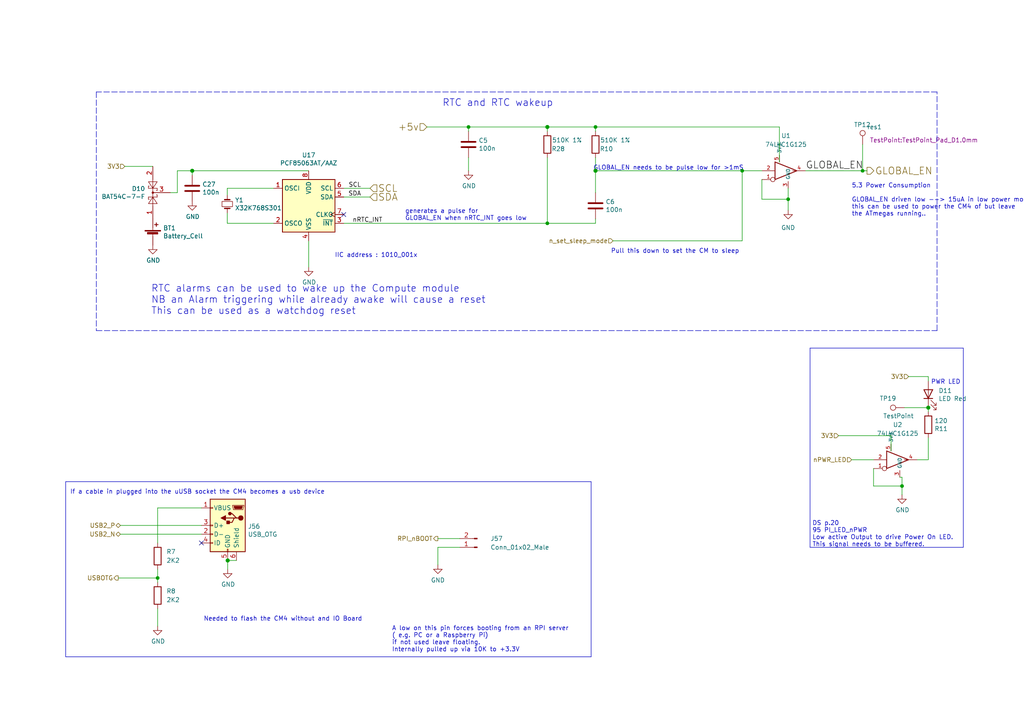
<source format=kicad_sch>
(kicad_sch (version 20230121) (generator eeschema)
  (paper "A4")
  (title_block (title "Mainboard Power RTC USB OTG") (date "2022-01-09") (rev "v1"))
  (lib_symbols
    (symbol "Connector:Conn_01x02_Male" (pin_names (offset 1.016) hide)
      (property "Reference" "J" (at 0 2.54 0))
      (property "Value" "Conn_01x02_Male" (at 0 -5.08 0))
      (symbol "Conn_01x02_Male_1_1"
        (polyline (pts (xy 1.27 -2.54) (xy 0.8636 -2.54)) (stroke (width 0.1524)))
        (polyline (pts (xy 1.27 0) (xy 0.8636 0)) (stroke (width 0.1524)))
        (rectangle (start 0.8636 -2.413) (end 0 -2.667) (stroke (width 0.1524)) (fill (type outline)))
        (rectangle (start 0.8636 0.127) (end 0 -0.127) (stroke (width 0.1524)) (fill (type outline)))
        (pin passive line (at 5.08 0 180) (length 3.81) (name "Pin_1") (number "1"))
        (pin passive line (at 5.08 -2.54 180) (length 3.81) (name "Pin_2") (number "2"))
      )
    )
    (symbol "Connector:TestPoint" (pin_numbers hide) (pin_names (offset 0.762) hide)
      (property "Reference" "TP" (at 0 6.858 0))
      (property "Value" "TestPoint" (at 0 5.08 0))
      (symbol "TestPoint_0_1"
        (circle (center 0 3.302) (radius 0.762))
      )
      (symbol "TestPoint_1_1"
        (pin passive line (at 0 0 90) (length 2.54) (name "1") (number "1"))
      )
    )
    (symbol "Connector:USB_OTG" (pin_names (offset 1.016))
      (property "Reference" "J" (at -5.08 11.43 0))
      (property "Value" "USB_OTG" (at -5.08 8.89 0))
      (symbol "USB_OTG_0_1"
        (rectangle (start -5.08 -7.62) (end 5.08 7.62) (stroke (width 0.254)) (fill (type background)))
        (circle (center -3.81 2.159) (radius 0.635) (stroke (width 0.254)) (fill (type outline)))
        (circle (center -0.635 3.429) (radius 0.381) (stroke (width 0.254)) (fill (type outline)))
        (rectangle (start -0.127 -7.62) (end 0.127 -6.858))
        (polyline (pts (xy -1.905 2.159) (xy 0.635 2.159)) (stroke (width 0.254)))
        (polyline (pts (xy -3.175 2.159) (xy -2.54 2.159) (xy -1.27 3.429) (xy -0.635 3.429)) (stroke (width 0.254)))
        (polyline (pts (xy -2.54 2.159) (xy -1.905 2.159) (xy -1.27 0.889) (xy 0 0.889)) (stroke (width 0.254)))
        (polyline (pts (xy 0.635 2.794) (xy 0.635 1.524) (xy 1.905 2.159) (xy 0.635 2.794)) (stroke (width 0.254)) (fill (type outline)))
        (polyline (pts (xy -4.318 5.588) (xy -1.778 5.588) (xy -2.032 4.826) (xy -4.064 4.826) (xy -4.318 5.588)) (fill (type outline)))
        (polyline (pts (xy -4.699 5.842) (xy -4.699 5.588) (xy -4.445 4.826) (xy -4.445 4.572) (xy -1.651 4.572) (xy -1.651 4.826) (xy -1.397 5.588) (xy -1.397 5.842) (xy -4.699 5.842)))
        (rectangle (start 0.254 1.27) (end -0.508 0.508) (stroke (width 0.254)) (fill (type outline)))
        (rectangle (start 5.08 -5.207) (end 4.318 -4.953))
        (rectangle (start 5.08 -2.667) (end 4.318 -2.413))
        (rectangle (start 5.08 -0.127) (end 4.318 0.127))
        (rectangle (start 5.08 4.953) (end 4.318 5.207))
      )
      (symbol "USB_OTG_1_1"
        (pin passive line (at 7.62 5.08 180) (length 2.54) (name "VBUS") (number "1"))
        (pin bidirectional line (at 7.62 -2.54 180) (length 2.54) (name "D-") (number "2"))
        (pin bidirectional line (at 7.62 0 180) (length 2.54) (name "D+") (number "3"))
        (pin passive line (at 7.62 -5.08 180) (length 2.54) (name "ID") (number "4"))
        (pin passive line (at 0 -10.16 90) (length 2.54) (name "GND") (number "5"))
        (pin passive line (at -2.54 -10.16 90) (length 2.54) (name "Shield") (number "6"))
      )
    )
    (symbol "Device:Battery_Cell" (pin_numbers hide) (pin_names (offset 0) hide)
      (property "Reference" "BT" (at 2.54 2.54 0))
      (property "Value" "Battery_Cell" (at 2.54 0 0))
      (symbol "Battery_Cell_0_1"
        (rectangle (start -2.286 1.778) (end 2.286 1.524) (fill (type outline)))
        (rectangle (start -1.5748 1.1938) (end 1.4732 0.6858) (fill (type outline)))
        (polyline (pts (xy 0 0.762) (xy 0 0)))
        (polyline (pts (xy 0 1.778) (xy 0 2.54)))
        (polyline (pts (xy 0.508 3.429) (xy 1.524 3.429)) (stroke (width 0.254)))
        (polyline (pts (xy 1.016 3.937) (xy 1.016 2.921)) (stroke (width 0.254)))
      )
      (symbol "Battery_Cell_1_1"
        (pin passive line (at 0 5.08 270) (length 2.54) (name "+") (number "1"))
        (pin passive line (at 0 -2.54 90) (length 2.54) (name "-") (number "2"))
      )
    )
    (symbol "Device:C" (pin_numbers hide) (pin_names (offset 0.254))
      (property "Reference" "C" (at 0.635 2.54 0))
      (property "Value" "C" (at 0.635 -2.54 0))
      (symbol "C_0_1"
        (polyline (pts (xy -2.032 -0.762) (xy 2.032 -0.762)) (stroke (width 0.508)))
        (polyline (pts (xy -2.032 0.762) (xy 2.032 0.762)) (stroke (width 0.508)))
      )
      (symbol "C_1_1"
        (pin passive line (at 0 3.81 270) (length 2.794) (name "~") (number "1"))
        (pin passive line (at 0 -3.81 90) (length 2.794) (name "~") (number "2"))
      )
    )
    (symbol "Device:Crystal_Small" (pin_numbers hide) (pin_names (offset 1.016) hide)
      (property "Reference" "Y" (at 0 2.54 0))
      (property "Value" "Crystal_Small" (at 0 -2.54 0))
      (symbol "Crystal_Small_0_1"
        (rectangle (start -0.762 -1.524) (end 0.762 1.524))
        (polyline (pts (xy -1.27 -0.762) (xy -1.27 0.762)) (stroke (width 0.381)))
        (polyline (pts (xy 1.27 -0.762) (xy 1.27 0.762)) (stroke (width 0.381)))
      )
      (symbol "Crystal_Small_1_1"
        (pin passive line (at -2.54 0 0) (length 1.27) (name "1") (number "1"))
        (pin passive line (at 2.54 0 180) (length 1.27) (name "2") (number "2"))
      )
    )
    (symbol "Device:LED" (pin_numbers hide) (pin_names (offset 1.016) hide)
      (property "Reference" "D" (at 0 2.54 0))
      (property "Value" "LED" (at 0 -2.54 0))
      (symbol "LED_0_1"
        (polyline (pts (xy -1.27 -1.27) (xy -1.27 1.27)) (stroke (width 0.254)))
        (polyline (pts (xy -1.27 0) (xy 1.27 0)))
        (polyline (pts (xy 1.27 -1.27) (xy 1.27 1.27) (xy -1.27 0) (xy 1.27 -1.27)) (stroke (width 0.254)))
        (polyline (pts (xy -3.048 -0.762) (xy -4.572 -2.286) (xy -3.81 -2.286) (xy -4.572 -2.286) (xy -4.572 -1.524)))
        (polyline (pts (xy -1.778 -0.762) (xy -3.302 -2.286) (xy -2.54 -2.286) (xy -3.302 -2.286) (xy -3.302 -1.524)))
      )
      (symbol "LED_1_1"
        (pin passive line (at -3.81 0 0) (length 2.54) (name "K") (number "1"))
        (pin passive line (at 3.81 0 180) (length 2.54) (name "A") (number "2"))
      )
    )
    (symbol "Device:R" (pin_numbers hide) (pin_names (offset 0))
      (property "Reference" "R" (at 2.032 0 90))
      (property "Value" "R" (at 0 0 90))
      (symbol "R_0_1"
        (rectangle (start -1.016 -2.54) (end 1.016 2.54) (stroke (width 0.254)))
      )
      (symbol "R_1_1"
        (pin passive line (at 0 3.81 270) (length 1.27) (name "~") (number "1"))
        (pin passive line (at 0 -3.81 90) (length 1.27) (name "~") (number "2"))
      )
    )
    (symbol "Diode:BAT54C" (pin_names (offset 1.016))
      (property "Reference" "D" (at 0.635 -3.81 0))
      (property "Value" "BAT54C" (at -6.35 3.175 0))
      (symbol "BAT54C_0_1"
        (polyline (pts (xy -1.905 0) (xy 1.905 0)))
        (polyline (pts (xy -1.905 1.27) (xy -1.905 1.016)))
        (polyline (pts (xy -1.27 -1.27) (xy -0.635 -1.27)))
        (polyline (pts (xy -1.27 0) (xy -3.81 0)))
        (polyline (pts (xy -1.27 1.27) (xy -1.905 1.27)))
        (polyline (pts (xy -1.27 1.27) (xy -1.27 -1.27)))
        (polyline (pts (xy -0.635 -1.27) (xy -0.635 -1.016)))
        (polyline (pts (xy 0.635 -1.27) (xy 0.635 -1.016)))
        (polyline (pts (xy 1.27 -1.27) (xy 0.635 -1.27)))
        (polyline (pts (xy 1.27 1.27) (xy 1.27 -1.27)))
        (polyline (pts (xy 1.27 1.27) (xy 1.905 1.27)))
        (polyline (pts (xy 1.905 1.27) (xy 1.905 1.016)))
        (polyline (pts (xy 3.81 0) (xy 1.27 0)))
        (polyline (pts (xy -3.175 -1.27) (xy -3.175 1.27) (xy -1.27 0) (xy -3.175 -1.27)))
        (polyline (pts (xy 3.175 -1.27) (xy 3.175 1.27) (xy 1.27 0) (xy 3.175 -1.27)))
        (circle (center 0 0) (radius 0.254) (fill (type outline)))
      )
      (symbol "BAT54C_1_1"
        (pin passive line (at -7.62 0 0) (length 3.81) (name "~") (number "1"))
        (pin passive line (at 7.62 0 180) (length 3.81) (name "~") (number "2"))
        (pin passive line (at 0 -5.08 90) (length 5.08) (name "~") (number "3"))
      )
    )
    (symbol "Mainboard:74LVC1G125"
      (property "Reference" "U" (at -6.604 -3.81 0))
      (property "Value" "74LVC1G125" (at 6.35 -2.032 0))
      (symbol "74LVC1G125_0_1"
        (polyline (pts (xy -3.81 2.54) (xy -3.81 -2.54) (xy 2.54 0) (xy -3.81 2.54)) (stroke (width 0.254)))
      )
      (symbol "74LVC1G125_1_1"
        (pin input inverted (at -7.62 -2.54 0) (length 3.81) (name "~") (number "1"))
        (pin input line (at -7.62 0 0) (length 3.81) (name "~") (number "2"))
        (pin power_in line (at 0 -5.08 90) (length 2) (name "GND") (number "3"))
        (pin tri_state line (at 5.08 0 180) (length 3.81) (name "~") (number "4"))
        (pin power_in line (at -2.54 2.54 90) (length 2) (name "3V3") (number "5"))
      )
    )
    (symbol "Timer_RTC:PCF8563T"
      (property "Reference" "U" (at -7.62 8.89 0))
      (property "Value" "PCF8563T" (at 2.54 8.89 0))
      (symbol "PCF8563T_0_1"
        (rectangle (start -7.62 7.62) (end 7.62 -7.62) (stroke (width 0.254)) (fill (type background)))
      )
      (symbol "PCF8563T_1_1"
        (pin input line (at -10.16 5.08 0) (length 2.54) (name "OSCI") (number "1"))
        (pin output line (at -10.16 -5.08 0) (length 2.54) (name "OSCO") (number "2"))
        (pin output line (at 10.16 -5.08 180) (length 2.54) (name "~{INT}") (number "3"))
        (pin power_in line (at 0 -10.16 90) (length 2.54) (name "VSS") (number "4"))
        (pin bidirectional line (at 10.16 2.54 180) (length 2.54) (name "SDA") (number "5"))
        (pin input line (at 10.16 5.08 180) (length 2.54) (name "SCL") (number "6"))
        (pin output clock (at 10.16 -2.54 180) (length 2.54) (name "CLKO") (number "7"))
        (pin power_in line (at 0 10.16 270) (length 2.54) (name "VDD") (number "8"))
      )
    )
    (symbol "power:GND" (power) (pin_names (offset 0))
      (property "Value" "GND" (at 0 -3.81 0))
      (symbol "GND_0_1"
        (polyline (pts (xy 0 0) (xy 0 -1.27) (xy 1.27 -1.27) (xy 0 -2.54) (xy -1.27 -1.27) (xy 0 -1.27)))
      )
      (symbol "GND_1_1"
        (pin power_in line (at 0 0 270) (length 0) hide (name "GND") (number "1"))
      )
    )
  )
  (junction (at 158.75 36.83) (diameter 1.016))
  (junction (at 135.89 36.83))
  (junction (at 250.19 49.53))
  (junction (at 55.753 49.53) (diameter 1.016))
  (junction (at 261.62 140.97))
  (junction (at 228.6 57.785))
  (junction (at 158.75 64.77))
  (junction (at 215.265 49.53))
  (junction (at 269.24 118.237) (diameter 1.016))
  (junction (at 172.72 49.53) (diameter 1.016))
  (junction (at 66.04 162.56) (diameter 1.016))
  (junction (at 172.72 36.83))
  (junction (at 45.72 167.64))
  (no_connect (at 99.695 62.23))
  (no_connect (at 58.42 157.48))
  (wire (pts (xy 172.72 36.83) (xy 226.06 36.83)))
  (wire (pts (xy 253.365 140.97) (xy 261.62 140.97)))
  (wire (pts (xy 266.065 133.35) (xy 269.24 133.35)))
  (wire (pts (xy 158.75 36.83) (xy 158.75 38.1)))
  (wire (pts (xy 172.72 36.83) (xy 172.72 38.1)))
  (wire (pts (xy 228.6 57.785) (xy 228.6 60.96)))
  (wire (pts (xy 260.985 138.43) (xy 261.62 138.43)))
  (wire (pts (xy 215.265 69.85) (xy 177.8 69.85)))
  (wire (pts (xy 215.265 49.53) (xy 215.265 69.85)))
  (wire (pts (xy 233.68 49.53) (xy 250.19 49.53)))
  (polyline (pts (xy 19.05 139.7) (xy 171.45 139.7)))
  (polyline (pts (xy 171.45 139.7) (xy 171.45 190.5)))
  (wire (pts (xy 158.75 45.72) (xy 158.75 64.77)))
  (wire (pts (xy 45.72 147.32) (xy 45.72 157.48)))
  (wire (pts (xy 36.195 48.26) (xy 44.323 48.26)))
  (wire (pts (xy 253.365 135.89) (xy 253.365 140.97)))
  (polyline (pts (xy 271.78 26.67) (xy 27.94 26.67)) (stroke (width 0) (type dash)))
  (wire (pts (xy 269.24 127) (xy 269.24 133.35)))
  (wire (pts (xy 51.435 55.88) (xy 51.435 49.53)))
  (wire (pts (xy 45.72 167.64) (xy 45.72 168.91)))
  (wire (pts (xy 220.98 52.07) (xy 220.98 57.785)))
  (wire (pts (xy 243.205 126.365) (xy 258.445 126.365)))
  (wire (pts (xy 65.913 54.61) (xy 79.375 54.61)))
  (wire (pts (xy 65.913 54.61) (xy 65.913 56.642)))
  (wire (pts (xy 79.375 64.77) (xy 65.913 64.77)))
  (wire (pts (xy 34.29 167.64) (xy 45.72 167.64)))
  (wire (pts (xy 123.825 36.83) (xy 135.89 36.83)))
  (wire (pts (xy 261.62 140.97) (xy 261.62 143.51)))
  (polyline (pts (xy 234.95 158.75) (xy 279.4 158.75)))
  (polyline (pts (xy 234.95 100.965) (xy 234.95 158.75)))
  (polyline (pts (xy 279.4 158.75) (xy 279.4 100.965)))
  (polyline (pts (xy 234.95 100.965) (xy 279.4 100.965)))
  (wire (pts (xy 172.72 49.53) (xy 215.265 49.53)))
  (wire (pts (xy 45.72 176.53) (xy 45.72 181.61)))
  (polyline (pts (xy 27.94 26.67) (xy 27.94 95.885)) (stroke (width 0) (type dash)))
  (wire (pts (xy 247.015 133.35) (xy 253.365 133.35)))
  (wire (pts (xy 220.98 57.785) (xy 228.6 57.785)))
  (wire (pts (xy 269.24 118.237) (xy 269.24 119.38)))
  (wire (pts (xy 172.72 49.53) (xy 172.72 55.88)))
  (wire (pts (xy 261.62 138.43) (xy 261.62 140.97)))
  (wire (pts (xy 89.535 69.85) (xy 89.535 77.47)))
  (wire (pts (xy 66.04 162.56) (xy 68.58 162.56)))
  (wire (pts (xy 66.04 165.1) (xy 66.04 162.56)))
  (wire (pts (xy 34.925 154.94) (xy 58.42 154.94)))
  (wire (pts (xy 269.24 109.22) (xy 263.525 109.22)))
  (polyline (pts (xy 27.94 95.885) (xy 271.78 95.885)) (stroke (width 0) (type dash)))
  (wire (pts (xy 172.72 45.72) (xy 172.72 49.53)))
  (wire (pts (xy 269.24 118.11) (xy 269.24 118.237)))
  (wire (pts (xy 135.89 45.72) (xy 135.89 49.53)))
  (wire (pts (xy 51.435 49.53) (xy 55.753 49.53)))
  (wire (pts (xy 107.315 57.15) (xy 99.695 57.15)))
  (wire (pts (xy 172.72 63.5) (xy 172.72 64.77)))
  (wire (pts (xy 258.445 126.365) (xy 258.445 130.81)))
  (wire (pts (xy 215.265 49.53) (xy 220.98 49.53)))
  (wire (pts (xy 127 156.21) (xy 133.35 156.21)))
  (polyline (pts (xy 271.78 95.885) (xy 271.78 26.67)) (stroke (width 0) (type dash)))
  (wire (pts (xy 135.89 36.83) (xy 135.89 38.1)))
  (wire (pts (xy 250.19 49.53) (xy 251.46 49.53)))
  (wire (pts (xy 158.75 36.83) (xy 172.72 36.83)))
  (wire (pts (xy 55.753 49.53) (xy 89.535 49.53)))
  (wire (pts (xy 45.72 165.1) (xy 45.72 167.64)))
  (wire (pts (xy 58.42 147.32) (xy 45.72 147.32)))
  (wire (pts (xy 226.06 36.83) (xy 226.06 46.99)))
  (wire (pts (xy 133.35 158.75) (xy 127 158.75)))
  (wire (pts (xy 127 158.75) (xy 127 163.83)))
  (wire (pts (xy 135.89 36.83) (xy 158.75 36.83)))
  (wire (pts (xy 107.315 54.61) (xy 99.695 54.61)))
  (wire (pts (xy 55.753 49.53) (xy 55.753 50.8254)))
  (wire (pts (xy 250.19 41.91) (xy 250.19 49.53)))
  (polyline (pts (xy 19.05 190.5) (xy 171.45 190.5)))
  (polyline (pts (xy 19.05 139.7) (xy 19.05 190.5)))
  (wire (pts (xy 34.925 152.4) (xy 58.42 152.4)))
  (wire (pts (xy 99.695 64.77) (xy 158.75 64.77)))
  (wire (pts (xy 269.24 110.49) (xy 269.24 109.22)))
  (wire (pts (xy 228.6 57.785) (xy 228.6 54.61)))
  (wire (pts (xy 158.75 64.77) (xy 172.72 64.77)))
  (wire (pts (xy 65.913 64.77) (xy 65.913 61.722)))
  (wire (pts (xy 49.403 55.88) (xy 51.435 55.88)))
  (wire (pts (xy 262.3312 118.237) (xy 269.24 118.237)))
  (text "Pull this down to set the CM to sleep" (at 177.165 73.66 0) (effects (font (size 1.27 1.27)) (justify left bottom)))
  (text "A low on this pin forces booting from an RPI server\n( e.g. PC or a Raspberry Pi)\nif not used leave floating.\nInternally pulled up via 10K to +3.3V" (at 113.665 189.23 0) (effects (font (size 1.27 1.27)) (justify left bottom)))
  (text "generates a pulse for\nGLOBAL_EN when nRTC_INT goes low" (at 117.475 64.135 0) (effects (font (size 1.27 1.27)) (justify left bottom)))
  (text "GLOBAL_EN needs to be pulse low for >1mS" (at 172.085 49.53 0) (effects (font (size 1.27 1.27)) (justify left bottom)))
  (text "RTC and RTC wakeup" (at 128.27 31.115 0) (effects (font (size 2.0066 2.0066)) (justify left bottom)))
  (text "Needed to flash the CM4 without and IO Board\n" (at 59.055 180.34 0) (effects (font (size 1.27 1.27)) (justify left bottom)))
  (text "RTC alarms can be used to wake up the Compute module\nNB an Alarm triggering while already awake will cause a reset \nThis can be used as a watchdog reset " (at 43.815 91.44 0) (effects (font (size 2.0066 2.0066)) (justify left bottom)))
  (text "If a cable in plugged into the uUSB socket the CM4 becomes a usb device" (at 20.32 143.51 0) (effects (font (size 1.27 1.27)) (justify left bottom)))
  (text "DS p.20 \n95 PI_LED_nPWR\nLow active Output to drive Power On LED.\nThis signal needs to be buffered." (at 235.585 158.75 0) (effects (font (size 1.27 1.27)) (justify left bottom)))
  (text "5.3 Power Consumption\n\nGLOBAL_EN driven low --> 15uA in low power mode\nthis can be used to power the CM4 of but leave\nthe ATmegas running.." (at 247.015 62.865 0) (effects (font (size 1.27 1.27)) (justify left bottom)))
  (text "PWR LED" (at 270.002 111.633 0) (effects (font (size 1.27 1.27)) (justify left bottom)))
  (text "IIC address : 1010_001x" (at 97.0788 74.8538 0) (effects (font (size 1.27 1.27)) (justify left bottom)))
  (label "GLOBAL_EN" (at 233.68 49.53 0) (effects (font (size 2.0066 2.0066))))
  (label "SDA" (at 104.775 57.15 180))
  (label "nRTC_INT" (at 102.235 64.77 0))
  (label "SCL" (at 104.775 54.61 180))
  (hierarchical_label "SCL" (shape input) (at 107.315 54.61 0) (effects (font (size 2.0066 2.0066))))
  (hierarchical_label "USB2_P" (shape bidirectional) (at 34.925 152.4 180))
  (hierarchical_label "3V3" (shape input) (at 243.205 126.365 180))
  (hierarchical_label "SDA" (shape input) (at 107.315 57.15 0) (effects (font (size 2.0066 2.0066))))
  (hierarchical_label "+5v" (shape input) (at 123.825 36.83 180) (effects (font (size 2.0066 2.0066))))
  (hierarchical_label "nPWR_LED" (shape input) (at 247.015 133.35 180))
  (hierarchical_label "USBOTG" (shape output) (at 34.29 167.64 180))
  (hierarchical_label "RPI_nBOOT" (shape output) (at 127 156.21 180))
  (hierarchical_label "GLOBAL_EN" (shape output) (at 251.46 49.53 0) (effects (font (size 2.0066 2.0066))))
  (hierarchical_label "n_set_sleep_mode" (shape input) (at 177.8 69.85 180))
  (hierarchical_label "3V3" (shape input) (at 263.525 109.22 180))
  (hierarchical_label "USB2_N" (shape bidirectional) (at 34.925 154.94 180))
  (hierarchical_label "3V3" (shape input) (at 36.195 48.26 180))
  (symbol (lib_id "Connector:Conn_01x02_Male") (at 138.43 158.75 180) (unit 1)
    (property "Reference" "J57" (at 142.24 156.2099 0) (effects (justify right)))
    (property "Value" "Conn_01x02_Male" (at 142.24 158.7499 0) (effects (justify right)))
    (property "Footprint" "Connector_PinHeader_2.54mm:PinHeader_1x02_P2.54mm_Vertical" (effects hide))
  )
  (symbol (lib_id "Device:Battery_Cell") (at 44.323 68.58 0) (unit 1)
    (property "Reference" "BT1" (at 47.3202 66.1416 0) (effects (justify left)))
    (property "Value" "Battery_Cell" (at 47.3202 68.453 0) (effects (justify left)))
    (property "Footprint" "Battery:BatteryHolder_Keystone_3034_1x20mm" (effects hide))
    (property "Field4" "Digikey" (effects hide))
    (property "Field5" "36-3034-ND" (effects hide))
    (property "Field6" "3034" (effects hide))
    (property "Field7" "Keystone" (effects hide))
    (property "Part Description" "	Battery Retainer Coin, 20.0mm 1 Cell SMD (SMT) Tab" (effects hide))
  )
  (symbol (lib_id "Connector:TestPoint") (at 262.3312 118.237 90) (unit 1) (in_bom no)
    (property "Reference" "TP19" (at 259.969 115.57 90) (effects (justify left)))
    (property "Value" "TestPoint" (at 265.049 120.65 90) (effects (justify left)))
    (property "Footprint" "TestPoint:TestPoint_Pad_2.0x2.0mm" (effects hide))
    (property "Field4" "nf" (effects hide))
    (property "Field5" "nf" (effects hide))
    (property "Field6" "nf" (effects hide))
    (property "Field7" "nf" (effects hide))
  )
  (symbol (lib_id "Device:C") (at 135.89 41.91 0) (unit 1)
    (property "Reference" "C5" (at 138.811 40.7416 0) (effects (justify left)))
    (property "Value" "100n" (at 138.811 43.053 0) (effects (justify left)))
    (property "Footprint" "Capacitor_SMD:C_0402_1005Metric" (effects hide))
    (property "Datasheet" "https://datasheet.lcsc.com/lcsc/1810191222_Samsung-Electro-Mechanics-CL05B104KB54PNC_C307331.pdf" (effects hide))
    (property "Field4" "Samsung Electro-Mechanics" (effects hide))
    (property "Field5" "CL05B104KB54PNC" (effects hide))
    (property "JLCPCB" "C307331" (effects hide))
  )
  (symbol (lib_id "Device:R") (at 45.72 161.29 0) (unit 1)
    (property "Reference" "R7" (at 48.26 160.0199 0) (effects (justify left)))
    (property "Value" "2K2" (at 48.26 162.5599 0) (effects (justify left)))
    (property "Footprint" "LED_SMD:LED_0805_2012Metric" (effects hide))
    (property "Datasheet" "https://datasheet.lcsc.com/lcsc/1810170621_UNI-ROYAL-Uniroyal-Elec-0805W8F2201T5E_C17520.pdf" (effects hide))
    (property "mfr.part4" "0805W8F2201T5E" (effects hide))
    (property "jlcpcb" "C17520" (effects hide))
  )
  (symbol (lib_id "Device:Crystal_Small") (at 65.913 59.182 90) (unit 1)
    (property "Reference" "Y1" (at 68.1482 58.039 90) (effects (justify right)))
    (property "Value" "X32K768S301" (at 68.1482 60.325 90) (effects (justify right)))
    (property "Footprint" "Crystal:Crystal_SMD_3215-2Pin_3.2x1.5mm" (effects hide))
    (property "Datasheet" "https://datasheet.lcsc.com/lcsc/1810171817_Seiko-Epson-Q13FC1350000400_C32346.pdf" (effects hide))
    (property "JLCPCB" "C32346" (effects hide))
    (property "package" "SMD-3215_2P" (effects hide))
    (property "Part Description" "Crystal 32.768KHz 7pF 20pmm" (effects hide))
  )
  (symbol (lib_id "Device:LED") (at 269.24 114.3 90) (unit 1)
    (property "Reference" "D11" (at 272.2118 113.3094 90) (effects (justify right)))
    (property "Value" "LED Red" (at 272.2118 115.6208 90) (effects (justify right)))
    (property "Footprint" "LED_SMD:LED_0603_1608Metric" (effects hide))
    (property "Datasheet" "https://datasheet.lcsc.com/lcsc/2008201032_Foshan-NationStar-Optoelectronics-NCD0805R1_C84256.pdf" (effects hide))
    (property "Field4" "JLCPCB " (effects hide))
    (property "Field5" "NCD0805R1" (effects hide))
    (property "Field6" "C84256" (effects hide))
    (property "Field7" "Rohm" (effects hide))
  )
  (symbol (lib_id "Device:R") (at 45.72 172.72 0) (unit 1)
    (property "Reference" "R8" (at 48.26 171.4499 0) (effects (justify left)))
    (property "Value" "2K2" (at 48.26 173.9899 0) (effects (justify left)))
    (property "Footprint" "LED_SMD:LED_0805_2012Metric" (effects hide))
    (property "Datasheet" "https://datasheet.lcsc.com/lcsc/1810170621_UNI-ROYAL-Uniroyal-Elec-0805W8F2201T5E_C17520.pdf" (effects hide))
    (property "mfr.part4" "0805W8F2201T5E" (effects hide))
    (property "jlcpcb" "C17520" (effects hide))
  )
  (symbol (lib_id "Mainboard:74LVC1G125") (at 228.6 49.53 0) (unit 1)
    (property "Reference" "U1" (at 227.965 39.37 0))
    (property "Value" "74LVC1G125" (at 227.965 41.91 0))
    (property "Footprint" "mainboard:SOT25" (effects hide))
    (property "Datasheet" "https://www.diodes.com/assets/Datasheets/74LVC1G125Q.pdf" (effects hide))
    (property "Field4" "74LVC1G125QW5-7" (effects hide))
    (property "Field5" "digikey" (effects hide))
    (property "Field6" "IC BUFFER NON-INVERT 5.5V SOT25" (effects hide))
    (property "Field7" "1.65V ~ 5.5V" (effects hide))
  )
  (symbol (lib_id "power:GND") (at 44.323 71.12 0) (unit 1)
    (property "Reference" "#PWR083" (effects hide))
    (property "Value" "GND" (at 44.45 75.5142 0))
  )
  (symbol (lib_id "power:GND") (at 127 163.83 0) (unit 1)
    (property "Reference" "#PWR088" (effects hide))
    (property "Value" "GND" (at 127 168.275 0))
  )
  (symbol (lib_id "Diode:BAT54C") (at 44.323 55.88 90) (unit 1)
    (property "Reference" "D10" (at 42.1132 54.737 90) (effects (justify left)))
    (property "Value" "BAT54C-7-F" (at 42.1132 57.023 90) (effects (justify left)))
    (property "Footprint" "Package_TO_SOT_SMD:SOT-23" (effects hide))
    (property "Datasheet" "https://assets.nexperia.com/documents/data-sheet/BAT54_SER.pdf" (effects hide))
    (property "Field4" "Nexperia USA Inc." (effects hide))
    (property "Field5" "2306010" (effects hide))
    (property "Field6" "BAT54C-TP" (effects hide))
    (property "Field7" "Rohm" (effects hide))
    (property "Part Description" "Diode Array 1 Pair Common Cathode Schottky 30V 200mA (DC) Surface Mount TO-236-3, SC-59, SOT-23-3" (effects hide))
    (property "Field9" "digikey" (effects hide))
  )
  (symbol (lib_id "power:GND") (at 45.72 181.61 0) (unit 1)
    (property "Reference" "#PWR084" (effects hide))
    (property "Value" "GND" (at 45.847 186.0042 0))
  )
  (symbol (lib_id "Device:R") (at 158.75 41.91 180) (unit 1)
    (property "Reference" "R28" (at 161.925 43.18 0))
    (property "Value" "510K 1%" (at 164.465 40.64 0))
    (property "Footprint" "Resistor_SMD:R_0402_1005Metric" (effects hide))
    (property "Datasheet" "https://datasheet.lcsc.com/lcsc/1810301310_UNI-ROYAL-Uniroyal-Elec-0402WGF5103TCE_C11616.pdf" (effects hide))
    (property "Field4" "UNI-ROYAL" (effects hide))
    (property "Field5" "jlcpcb" (effects hide))
    (property "Field7" "c11616" (effects hide))
    (property "Part Description" "Resistor 510K M1005 1% 63mW" (effects hide))
  )
  (symbol (lib_id "power:GND") (at 135.89 49.53 0) (unit 1)
    (property "Reference" "#PWR089" (effects hide))
    (property "Value" "GND" (at 136.017 53.9242 0))
  )
  (symbol (lib_id "Device:R") (at 269.24 123.19 0) (mirror x) (unit 1)
    (property "Reference" "R11" (at 271.018 124.3584 0) (effects (justify left)))
    (property "Value" "120" (at 271.018 122.047 0) (effects (justify left)))
    (property "Footprint" "Resistor_SMD:R_0603_1608Metric" (effects hide))
    (property "Datasheet" "https://datasheet.lcsc.com/lcsc/1811081716_UNI-ROYAL-Uniroyal-Elec-0603WAF8200T5E_C23253.pdf" (effects hide))
    (property "JLCPCB" "C22787" (effects hide))
  )
  (symbol (lib_id "Mainboard:74LVC1G125") (at 260.985 133.35 0) (unit 1)
    (property "Reference" "U2" (at 260.35 123.19 0))
    (property "Value" "74LVC1G125" (at 260.35 125.73 0))
    (property "Footprint" "mainboard:SOT25" (effects hide))
    (property "Datasheet" "https://www.diodes.com/assets/Datasheets/74LVC1G125Q.pdf" (effects hide))
    (property "Field4" "74LVC1G125QW5-7" (effects hide))
    (property "Field5" "digikey" (effects hide))
    (property "Field6" "IC BUFFER NON-INVERT 5.5V SOT25" (effects hide))
    (property "Field7" "1.65V ~ 5.5V" (effects hide))
  )
  (symbol (lib_id "Device:C") (at 55.753 54.6354 0) (unit 1)
    (property "Reference" "C27" (at 58.674 53.467 0) (effects (justify left)))
    (property "Value" "100n" (at 58.674 55.7784 0) (effects (justify left)))
    (property "Footprint" "Capacitor_SMD:C_0402_1005Metric" (effects hide))
    (property "Datasheet" "https://datasheet.lcsc.com/lcsc/1810191222_Samsung-Electro-Mechanics-CL05B104KB54PNC_C307331.pdf" (effects hide))
    (property "Field4" "Samsung Electro-Mechanics" (effects hide))
    (property "Field5" "CL05B104KB54PNC" (effects hide))
    (property "JLCPCB" "C307331" (effects hide))
  )
  (symbol (lib_id "Connector:TestPoint") (at 250.19 41.91 0) (unit 1) (in_bom no)
    (property "Reference" "TP12" (at 247.65 36.195 0) (effects (justify left)))
    (property "Value" "res1" (at 251.46 36.83 0) (effects (justify left)))
    (property "Footprint" "TestPoint:TestPoint_Pad_D1.0mm" (at 267.97 40.64 0))
  )
  (symbol (lib_id "Connector:USB_OTG") (at 66.04 152.4 0) (mirror y) (unit 1)
    (property "Reference" "J56" (at 71.882 152.6794 0) (effects (justify right)))
    (property "Value" "USB_OTG" (at 71.882 154.9908 0) (effects (justify right)))
    (property "Footprint" "CM4IO:USB_Micro-B_EDAC_UCON00686" (effects hide))
    (property "Datasheet" " ~" (effects hide))
    (property "Field4" "Digikey" (effects hide))
    (property "Field5" "609-4050-2-ND" (effects hide))
    (property "Field6" "690-005-298-486" (effects hide))
    (property "Field7" "EDAC" (effects hide))
    (property "Part Description" "USB - micro B USB 2.0 Receptacle Connector 5 Position Surface Mount, Right Angle; Through Hole" (effects hide))
    (property "Field8" "UCON00686" (effects hide))
  )
  (symbol (lib_id "power:GND") (at 55.753 58.4454 0) (unit 1)
    (property "Reference" "#PWR085" (effects hide))
    (property "Value" "GND" (at 55.88 62.8396 0))
  )
  (symbol (lib_id "Device:R") (at 172.72 41.91 180) (unit 1)
    (property "Reference" "R10" (at 175.895 43.18 0))
    (property "Value" "510K 1%" (at 178.435 40.64 0))
    (property "Footprint" "Resistor_SMD:R_0402_1005Metric" (effects hide))
    (property "Datasheet" "https://datasheet.lcsc.com/lcsc/1810301310_UNI-ROYAL-Uniroyal-Elec-0402WGF5103TCE_C11616.pdf" (effects hide))
    (property "Field4" "UNI-ROYAL" (effects hide))
    (property "Field5" "jlcpcb" (effects hide))
    (property "Field7" "c11616" (effects hide))
    (property "Part Description" "Resistor 510K M1005 1% 63mW" (effects hide))
  )
  (symbol (lib_id "power:GND") (at 228.6 60.96 0) (unit 1)
    (property "Reference" "#PWR0134" (effects hide))
    (property "Value" "GND" (at 228.6 66.04 0))
  )
  (symbol (lib_id "Timer_RTC:PCF8563T") (at 89.535 59.69 0) (unit 1)
    (property "Reference" "U17" (at 89.535 44.9834 0))
    (property "Value" "PCF85063AT/AAZ" (at 89.535 47.2948 0))
    (property "Footprint" "Package_SO:SOIC-8_3.9x4.9mm_P1.27mm" (effects hide))
    (property "Datasheet" "https://assets.nexperia.com/documents/data-sheet/PCF8563.pdf" (effects hide))
    (property "Field4" "Farnell" (effects hide))
    (property "Field5" "2890042" (effects hide))
    (property "Field7" "NXP" (effects hide))
    (property "Field6" "PCF85063AT/AAZ" (effects hide))
    (property "Part Description" "Real Time Clock (RTC) IC Clock/Calendar I²C, 2-Wire Serial 8-SOIC (0.154\", 3.90mm Width)" (effects hide))
  )
  (symbol (lib_id "power:GND") (at 89.535 77.47 0) (unit 1)
    (property "Reference" "#PWR087" (effects hide))
    (property "Value" "GND" (at 89.662 81.8642 0))
  )
  (symbol (lib_id "Device:C") (at 172.72 59.69 0) (unit 1)
    (property "Reference" "C6" (at 175.641 58.5216 0) (effects (justify left)))
    (property "Value" "100n" (at 175.641 60.833 0) (effects (justify left)))
    (property "Footprint" "Capacitor_SMD:C_0402_1005Metric" (effects hide))
    (property "Datasheet" "https://datasheet.lcsc.com/lcsc/1810191222_Samsung-Electro-Mechanics-CL05B104KB54PNC_C307331.pdf" (effects hide))
    (property "Field4" "Samsung Electro-Mechanics" (effects hide))
    (property "Field5" "CL05B104KB54PNC" (effects hide))
    (property "JLCPCB" "C307331" (effects hide))
  )
  (symbol (lib_id "power:GND") (at 66.04 165.1 0) (unit 1)
    (property "Reference" "#PWR086" (effects hide))
    (property "Value" "GND" (at 66.167 169.4942 0))
  )
  (symbol (lib_id "power:GND") (at 261.62 143.51 0) (unit 1)
    (property "Reference" "#PWR091" (effects hide))
    (property "Value" "GND" (at 261.747 147.9042 0))
  )
)
</source>
